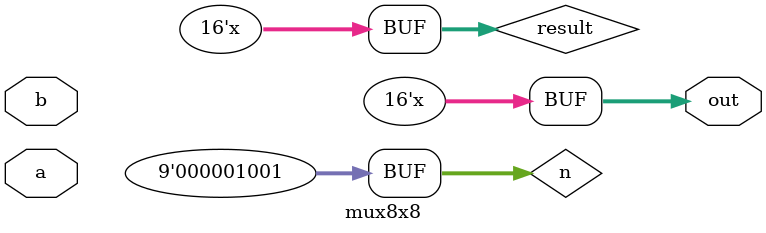
<source format=v>
module mux8x8(a,b,out);
parameter size=8,longsize=16;
input [size-1:0]a,b;
output [longsize-1:0]out;

reg  [size-1:0]opa,opb;
reg  [longsize:1]result ;
reg  [size:0]n;
reg  [longsize-1:0]out;

always  @(a or b)
     begin
     n=0;
     out=0;
      for(n=1;n<=size;n=n+1)
        if(opb[n])
           result=result+(opa<<(n-1));
           
      out=result;
       end
endmodule
       
 
</source>
